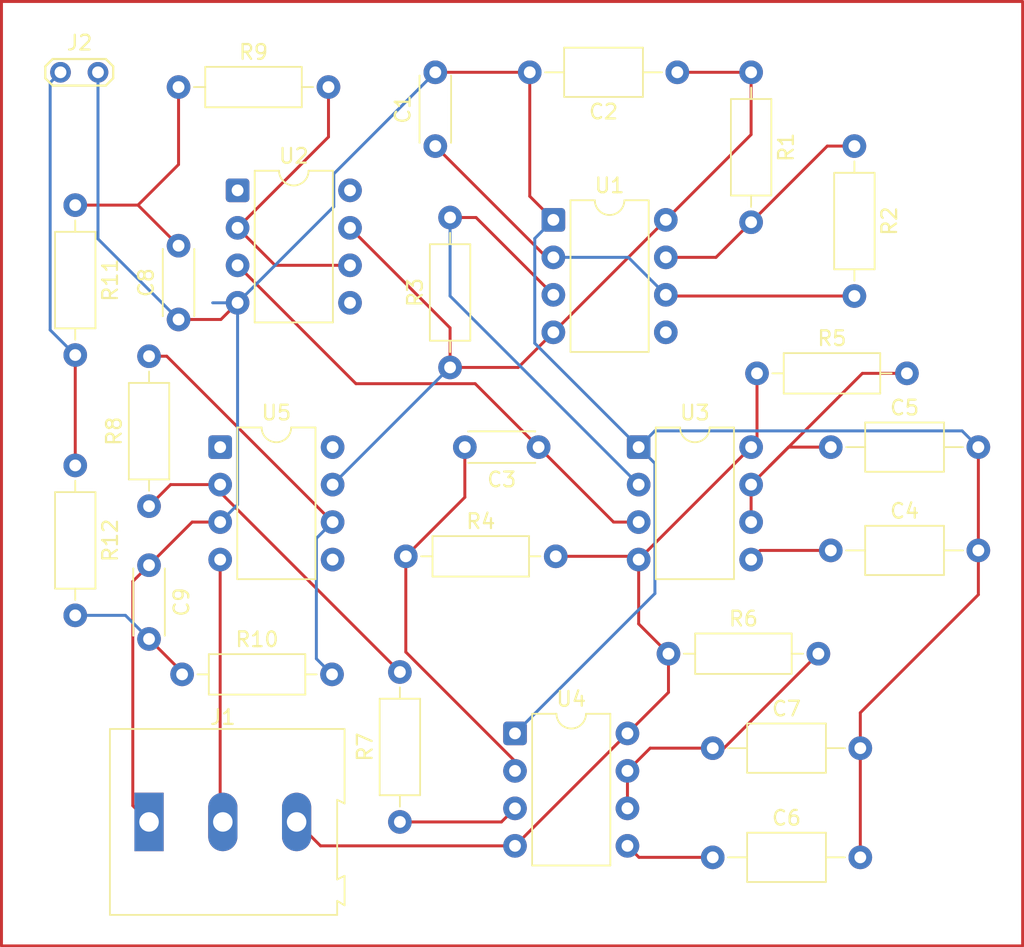
<source format=kicad_pcb>
(kicad_pcb (version 20241229) (generator "pcbnew") (generator_version "9.0")
  (layers (0 "F.Cu" signal) (2 "B.Cu" signal) (13 "F.Paste" user) (15 "B.Paste" user) (5 "F.SilkS" user "F.Silkscreen") (7 "B.SilkS" user "B.Silkscreen") (1 "F.Mask" user) (3 "B.Mask" user) (25 "Edge.Cuts" user))
  (net 0 "")
  (net 3 "GND")
  (net 4 "+10V")
  (net 7 "/V2")
  (net 8 "Net-(U1-THR)")
  (net 9 "Net-(U3-CV)")
  (net 10 "Net-(U1-DIS)")
  (net 11 "Net-(U3-DIS)")
  (net 12 "Net-(U5--)")
  (net 13 "-10V")
  (net 17 "/V1")
  (net 18 "Net-(U4-CV)")
  (net 19 "Net-(U4-DIS)")
  (net 20 "Net-(C8-Pad2)")
  (net 21 "Net-(C9-Pad2)")
  (net 22 "/V3")
  (net 23 "Net-(R10-Pad2)")
  (net 24 "Net-(U2--)")
  (net 25 "/output")
  (net 26 "/V4")
  (footprint "Resistor_THT:R_Axial_DIN0207_L6.3mm_D2.5mm_P10.16mm_Horizontal" (layer "F.Cu") (at 78.2 83.6)
    (property "Reference" "R4" (at 5.08 -2.37 0) (layer "F.SilkS"))
    (property "Value" "1k")
    (fp_line (start 1.04 0) (end 1.81 0) (stroke (width 0.12)) (layer "F.SilkS"))
    (fp_line (start 1.81 -1.37) (end 1.81 1.37) (stroke (width 0.12)) (layer "F.SilkS"))
    (fp_line (start 1.81 1.37) (end 8.35 1.37) (stroke (width 0.12)) (layer "F.SilkS"))
    (fp_line (start 8.35 -1.37) (end 1.81 -1.37) (stroke (width 0.12)) (layer "F.SilkS"))
    (fp_line (start 8.35 1.37) (end 8.35 -1.37) (stroke (width 0.12)) (layer "F.SilkS"))
    (fp_line (start 9.12 0) (end 8.35 0) (stroke (width 0.12)) (layer "F.SilkS"))
    (pad "1" thru_hole circle (at 0 0) (size 1.6 1.6) (drill 0.8) (layers "*.Cu" "*.Mask") (net 22 "/V3"))
    (pad "2" thru_hole oval (at 10.16 0) (size 1.6 1.6) (drill 0.8) (layers "*.Cu" "*.Mask") (net 4 "+10V"))
  )
  (footprint "Resistor_THT:R_Axial_DIN0207_L6.3mm_D2.5mm_P10.16mm_Horizontal" (layer "F.Cu") (at 77.8 101.6 90)
    (property "Reference" "R7" (at 5.08 -2.37 90) (layer "F.SilkS"))
    (property "Value" "10k")
    (fp_line (start 8.35 -1.37) (end 1.81 -1.37) (stroke (width 0.12)) (layer "F.SilkS"))
    (fp_line (start 1.81 -1.37) (end 1.81 1.37) (stroke (width 0.12)) (layer "F.SilkS"))
    (fp_line (start 9.12 0) (end 8.35 0) (stroke (width 0.12)) (layer "F.SilkS"))
    (fp_line (start 1.04 0) (end 1.81 0) (stroke (width 0.12)) (layer "F.SilkS"))
    (fp_line (start 8.35 1.37) (end 8.35 -1.37) (stroke (width 0.12)) (layer "F.SilkS"))
    (fp_line (start 1.81 1.37) (end 8.35 1.37) (stroke (width 0.12)) (layer "F.SilkS"))
    (pad "1" thru_hole circle (at 0 0 90) (size 1.6 1.6) (drill 0.8) (layers "*.Cu" "*.Mask") (net 26 "/V4"))
    (pad "2" thru_hole oval (at 10.16 0 90) (size 1.6 1.6) (drill 0.8) (layers "*.Cu" "*.Mask") (net 12 "Net-(U5--)"))
  )
  (footprint "Resistor_THT:R_Axial_DIN0207_L6.3mm_D2.5mm_P10.16mm_Horizontal" (layer "F.Cu") (at 62.8 51.8)
    (property "Reference" "R9" (at 5.08 -2.37 0) (layer "F.SilkS"))
    (property "Value" "500")
    (fp_line (start 1.04 0) (end 1.81 0) (stroke (width 0.12)) (layer "F.SilkS"))
    (fp_line (start 1.81 -1.37) (end 1.81 1.37) (stroke (width 0.12)) (layer "F.SilkS"))
    (fp_line (start 1.81 1.37) (end 8.35 1.37) (stroke (width 0.12)) (layer "F.SilkS"))
    (fp_line (start 8.35 -1.37) (end 1.81 -1.37) (stroke (width 0.12)) (layer "F.SilkS"))
    (fp_line (start 8.35 1.37) (end 8.35 -1.37) (stroke (width 0.12)) (layer "F.SilkS"))
    (fp_line (start 9.12 0) (end 8.35 0) (stroke (width 0.12)) (layer "F.SilkS"))
    (pad "1" thru_hole circle (at 0 0) (size 1.6 1.6) (drill 0.8) (layers "*.Cu" "*.Mask") (net 20 "Net-(C8-Pad2)"))
    (pad "2" thru_hole oval (at 10.16 0) (size 1.6 1.6) (drill 0.8) (layers "*.Cu" "*.Mask") (net 24 "Net-(U2--)"))
  )
  (footprint "TerminalBlock:TerminalBlock_Altech_AK300-3_P5.00mm" (layer "F.Cu") (at 60.8 101.6)
    (property "Reference" "J1" (at 5 -7.1 0) (layer "F.SilkS"))
    (property "Value" "Power")
    (fp_line (start -2.65 -6.3) (end -2.65 6.3) (stroke (width 0.12)) (layer "F.SilkS"))
    (fp_line (start -2.65 6.3) (end 12.75 6.3) (stroke (width 0.12)) (layer "F.SilkS"))
    (fp_line (start 12.75 -1.5) (end 13.25 -1.25) (stroke (width 0.12)) (layer "F.SilkS"))
    (fp_line (start 12.75 3.9) (end 12.75 -1.5) (stroke (width 0.12)) (layer "F.SilkS"))
    (fp_line (start 12.75 5.35) (end 13.25 5.65) (stroke (width 0.12)) (layer "F.SilkS"))
    (fp_line (start 12.75 6.3) (end 12.75 5.35) (stroke (width 0.12)) (layer "F.SilkS"))
    (fp_line (start 13.25 -6.3) (end -2.65 -6.3) (stroke (width 0.12)) (layer "F.SilkS"))
    (fp_line (start 13.25 -1.25) (end 13.25 -6.3) (stroke (width 0.12)) (layer "F.SilkS"))
    (fp_line (start 13.25 3.65) (end 12.75 3.9) (stroke (width 0.12)) (layer "F.SilkS"))
    (fp_line (start 13.25 5.65) (end 13.25 3.65) (stroke (width 0.12)) (layer "F.SilkS"))
    (pad "1" thru_hole rect (at 0 0) (size 1.98 3.96) (drill 1.32) (layers "*.Cu" "*.Mask") (net 3 "GND"))
    (pad "2" thru_hole oval (at 5 0) (size 1.98 3.96) (drill 1.32) (layers "*.Cu" "*.Mask") (net 13 "-10V"))
    (pad "3" thru_hole oval (at 10 0) (size 1.98 3.96) (drill 1.32) (layers "*.Cu" "*.Mask") (net 4 "+10V"))
  )
  (footprint "Package_DIP:DIP-8_W7.62mm" (layer "F.Cu") (at 65.62 76.2)
    (property "Reference" "U5" (at 3.81 -2.33 0) (layer "F.SilkS"))
    (property "Value" "LM741")
    (fp_line (start 1.16 -1.33) (end 1.16 8.95) (stroke (width 0.12)) (layer "F.SilkS"))
    (fp_line (start 1.16 8.95) (end 6.46 8.95) (stroke (width 0.12)) (layer "F.SilkS"))
    (fp_line (start 2.81 -1.33) (end 1.16 -1.33) (stroke (width 0.12)) (layer "F.SilkS"))
    (fp_line (start 6.46 -1.33) (end 4.81 -1.33) (stroke (width 0.12)) (layer "F.SilkS"))
    (fp_line (start 6.46 8.95) (end 6.46 -1.33) (stroke (width 0.12)) (layer "F.SilkS"))
    (fp_arc (start 4.81 -1.33) (mid 3.81 -0.33) (end 2.81 -1.33) (stroke (width 0.12)) (layer "F.SilkS"))
    (pad "1" thru_hole roundrect (at 0 0) (size 1.6 1.6) (drill 0.8) (layers "*.Cu" "*.Mask") (roundrect_rratio 0.15625))
    (pad "2" thru_hole circle (at 0 2.54) (size 1.6 1.6) (drill 0.8) (layers "*.Cu" "*.Mask") (net 12 "Net-(U5--)"))
    (pad "3" thru_hole circle (at 0 5.08) (size 1.6 1.6) (drill 0.8) (layers "*.Cu" "*.Mask") (net 3 "GND"))
    (pad "4" thru_hole circle (at 0 7.62) (size 1.6 1.6) (drill 0.8) (layers "*.Cu" "*.Mask") (net 13 "-10V"))
    (pad "5" thru_hole circle (at 7.62 7.62) (size 1.6 1.6) (drill 0.8) (layers "*.Cu" "*.Mask"))
    (pad "6" thru_hole circle (at 7.62 5.08) (size 1.6 1.6) (drill 0.8) (layers "*.Cu" "*.Mask") (net 23 "Net-(R10-Pad2)"))
    (pad "7" thru_hole circle (at 7.62 2.54) (size 1.6 1.6) (drill 0.8) (layers "*.Cu" "*.Mask") (net 4 "+10V"))
    (pad "8" thru_hole circle (at 7.62 0) (size 1.6 1.6) (drill 0.8) (layers "*.Cu" "*.Mask"))
  )
  (footprint "Capacitor_THT:C_Axial_L5.1mm_D3.1mm_P10.00mm_Horizontal" (layer "F.Cu") (at 107 83.2)
    (property "Reference" "C4" (at 5 -2.67 0) (layer "F.SilkS"))
    (property "Value" "10nf")
    (fp_line (start 1.04 0) (end 2.33 0) (stroke (width 0.12)) (layer "F.SilkS"))
    (fp_line (start 2.33 -1.67) (end 2.33 1.67) (stroke (width 0.12)) (layer "F.SilkS"))
    (fp_line (start 2.33 1.67) (end 7.67 1.67) (stroke (width 0.12)) (layer "F.SilkS"))
    (fp_line (start 7.67 -1.67) (end 2.33 -1.67) (stroke (width 0.12)) (layer "F.SilkS"))
    (fp_line (start 7.67 1.67) (end 7.67 -1.67) (stroke (width 0.12)) (layer "F.SilkS"))
    (fp_line (start 8.96 0) (end 7.67 0) (stroke (width 0.12)) (layer "F.SilkS"))
    (pad "1" thru_hole circle (at 0 0) (size 1.6 1.6) (drill 0.8) (layers "*.Cu" "*.Mask") (net 9 "Net-(U3-CV)"))
    (pad "2" thru_hole oval (at 10 0) (size 1.6 1.6) (drill 0.8) (layers "*.Cu" "*.Mask") (net 3 "GND"))
  )
  (footprint "Resistor_THT:R_Axial_DIN0207_L6.3mm_D2.5mm_P10.16mm_Horizontal" (layer "F.Cu") (at 108.6 55.8 -90)
    (property "Reference" "R2" (at 5.08 -2.37 90) (layer "F.SilkS"))
    (property "Value" "100")
    (fp_line (start 1.81 1.37) (end 8.35 1.37) (stroke (width 0.12)) (layer "F.SilkS"))
    (fp_line (start 8.35 1.37) (end 8.35 -1.37) (stroke (width 0.12)) (layer "F.SilkS"))
    (fp_line (start 1.04 0) (end 1.81 0) (stroke (width 0.12)) (layer "F.SilkS"))
    (fp_line (start 9.12 0) (end 8.35 0) (stroke (width 0.12)) (layer "F.SilkS"))
    (fp_line (start 1.81 -1.37) (end 1.81 1.37) (stroke (width 0.12)) (layer "F.SilkS"))
    (fp_line (start 8.35 -1.37) (end 1.81 -1.37) (stroke (width 0.12)) (layer "F.SilkS"))
    (pad "1" thru_hole circle (at 0 0 270) (size 1.6 1.6) (drill 0.8) (layers "*.Cu" "*.Mask") (net 10 "Net-(U1-DIS)"))
    (pad "2" thru_hole oval (at 10.16 0 270) (size 1.6 1.6) (drill 0.8) (layers "*.Cu" "*.Mask") (net 8 "Net-(U1-THR)"))
  )
  (footprint "Package_DIP:DIP-8_W7.62mm" (layer "F.Cu") (at 88.2 60.8)
    (property "Reference" "U1" (at 3.81 -2.33 0) (layer "F.SilkS"))
    (property "Value" "NE555P")
    (fp_line (start 1.16 -1.33) (end 1.16 8.95) (stroke (width 0.12)) (layer "F.SilkS"))
    (fp_line (start 1.16 8.95) (end 6.46 8.95) (stroke (width 0.12)) (layer "F.SilkS"))
    (fp_line (start 2.81 -1.33) (end 1.16 -1.33) (stroke (width 0.12)) (layer "F.SilkS"))
    (fp_line (start 6.46 -1.33) (end 4.81 -1.33) (stroke (width 0.12)) (layer "F.SilkS"))
    (fp_line (start 6.46 8.95) (end 6.46 -1.33) (stroke (width 0.12)) (layer "F.SilkS"))
    (fp_arc (start 4.81 -1.33) (mid 3.81 -0.33) (end 2.81 -1.33) (stroke (width 0.12)) (layer "F.SilkS"))
    (pad "1" thru_hole roundrect (at 0 0) (size 1.6 1.6) (drill 0.8) (layers "*.Cu" "*.Mask") (roundrect_rratio 0.15625) (net 3 "GND"))
    (pad "2" thru_hole circle (at 0 2.54) (size 1.6 1.6) (drill 0.8) (layers "*.Cu" "*.Mask") (net 8 "Net-(U1-THR)"))
    (pad "3" thru_hole circle (at 0 5.08) (size 1.6 1.6) (drill 0.8) (layers "*.Cu" "*.Mask") (net 17 "/V1"))
    (pad "4" thru_hole circle (at 0 7.62) (size 1.6 1.6) (drill 0.8) (layers "*.Cu" "*.Mask") (net 4 "+10V"))
    (pad "5" thru_hole circle (at 7.62 7.62) (size 1.6 1.6) (drill 0.8) (layers "*.Cu" "*.Mask"))
    (pad "6" thru_hole circle (at 7.62 5.08) (size 1.6 1.6) (drill 0.8) (layers "*.Cu" "*.Mask") (net 8 "Net-(U1-THR)"))
    (pad "7" thru_hole circle (at 7.62 2.54) (size 1.6 1.6) (drill 0.8) (layers "*.Cu" "*.Mask") (net 10 "Net-(U1-DIS)"))
    (pad "8" thru_hole circle (at 7.62 0) (size 1.6 1.6) (drill 0.8) (layers "*.Cu" "*.Mask") (net 4 "+10V"))
  )
  (footprint "Package_DIP:DIP-8_W7.62mm" (layer "F.Cu") (at 85.6 95.6)
    (property "Reference" "U4" (at 3.81 -2.33 0) (layer "F.SilkS"))
    (property "Value" "NE555P")
    (fp_line (start 1.16 -1.33) (end 1.16 8.95) (stroke (width 0.12)) (layer "F.SilkS"))
    (fp_line (start 1.16 8.95) (end 6.46 8.95) (stroke (width 0.12)) (layer "F.SilkS"))
    (fp_line (start 2.81 -1.33) (end 1.16 -1.33) (stroke (width 0.12)) (layer "F.SilkS"))
    (fp_line (start 6.46 -1.33) (end 4.81 -1.33) (stroke (width 0.12)) (layer "F.SilkS"))
    (fp_line (start 6.46 8.95) (end 6.46 -1.33) (stroke (width 0.12)) (layer "F.SilkS"))
    (fp_arc (start 4.81 -1.33) (mid 3.81 -0.33) (end 2.81 -1.33) (stroke (width 0.12)) (layer "F.SilkS"))
    (pad "1" thru_hole roundrect (at 0 0) (size 1.6 1.6) (drill 0.8) (layers "*.Cu" "*.Mask") (roundrect_rratio 0.15625) (net 3 "GND"))
    (pad "2" thru_hole circle (at 0 2.54) (size 1.6 1.6) (drill 0.8) (layers "*.Cu" "*.Mask") (net 22 "/V3"))
    (pad "3" thru_hole circle (at 0 5.08) (size 1.6 1.6) (drill 0.8) (layers "*.Cu" "*.Mask") (net 26 "/V4"))
    (pad "4" thru_hole circle (at 0 7.62) (size 1.6 1.6) (drill 0.8) (layers "*.Cu" "*.Mask") (net 4 "+10V"))
    (pad "5" thru_hole circle (at 7.62 7.62) (size 1.6 1.6) (drill 0.8) (layers "*.Cu" "*.Mask") (net 18 "Net-(U4-CV)"))
    (pad "6" thru_hole circle (at 7.62 5.08) (size 1.6 1.6) (drill 0.8) (layers "*.Cu" "*.Mask") (net 19 "Net-(U4-DIS)"))
    (pad "7" thru_hole circle (at 7.62 2.54) (size 1.6 1.6) (drill 0.8) (layers "*.Cu" "*.Mask") (net 19 "Net-(U4-DIS)"))
    (pad "8" thru_hole circle (at 7.62 0) (size 1.6 1.6) (drill 0.8) (layers "*.Cu" "*.Mask") (net 4 "+10V"))
  )
  (footprint "Capacitor_THT:C_Axial_L5.1mm_D3.1mm_P10.00mm_Horizontal" (layer "F.Cu") (at 96.6 50.8 180)
    (property "Reference" "C2" (at 5 -2.67 0) (layer "F.SilkS"))
    (property "Value" "10nf")
    (fp_line (start 8.96 0) (end 7.67 0) (stroke (width 0.12)) (layer "F.SilkS"))
    (fp_line (start 7.67 1.67) (end 7.67 -1.67) (stroke (width 0.12)) (layer "F.SilkS"))
    (fp_line (start 7.67 -1.67) (end 2.33 -1.67) (stroke (width 0.12)) (layer "F.SilkS"))
    (fp_line (start 2.33 1.67) (end 7.67 1.67) (stroke (width 0.12)) (layer "F.SilkS"))
    (fp_line (start 2.33 -1.67) (end 2.33 1.67) (stroke (width 0.12)) (layer "F.SilkS"))
    (fp_line (start 1.04 0) (end 2.33 0) (stroke (width 0.12)) (layer "F.SilkS"))
    (pad "1" thru_hole circle (at 0 0 180) (size 1.6 1.6) (drill 0.8) (layers "*.Cu" "*.Mask") (net 4 "+10V"))
    (pad "2" thru_hole oval (at 10 0 180) (size 1.6 1.6) (drill 0.8) (layers "*.Cu" "*.Mask") (net 3 "GND"))
  )
  (footprint "Capacitor_THT:C_Disc_D4.3mm_W1.9mm_P5.00mm" (layer "F.Cu") (at 60.8 84.2 -90)
    (property "Reference" "C9" (at 2.5 -2.2 90) (layer "F.SilkS"))
    (property "Value" "1nf")
    (fp_line (start 0.23 1.07) (end 4.77 1.07) (stroke (width 0.12)) (layer "F.SilkS"))
    (fp_line (start 0.23 1.055) (end 0.23 1.07) (stroke (width 0.12)) (layer "F.SilkS"))
    (fp_line (start 4.77 1.055) (end 4.77 1.07) (stroke (width 0.12)) (layer "F.SilkS"))
    (fp_line (start 0.23 -1.07) (end 0.23 -1.055) (stroke (width 0.12)) (layer "F.SilkS"))
    (fp_line (start 0.23 -1.07) (end 4.77 -1.07) (stroke (width 0.12)) (layer "F.SilkS"))
    (fp_line (start 4.77 -1.07) (end 4.77 -1.055) (stroke (width 0.12)) (layer "F.SilkS"))
    (pad "1" thru_hole circle (at 0 0 270) (size 1.6 1.6) (drill 0.8) (layers "*.Cu" "*.Mask") (net 3 "GND"))
    (pad "2" thru_hole circle (at 5 0 270) (size 1.6 1.6) (drill 0.8) (layers "*.Cu" "*.Mask") (net 21 "Net-(C9-Pad2)"))
  )
  (footprint "Resistor_THT:R_Axial_DIN0207_L6.3mm_D2.5mm_P10.16mm_Horizontal" (layer "F.Cu") (at 102 71.2)
    (property "Reference" "R5" (at 5.08 -2.37 0) (layer "F.SilkS"))
    (property "Value" "2k")
    (fp_line (start 1.04 0) (end 1.81 0) (stroke (width 0.12)) (layer "F.SilkS"))
    (fp_line (start 1.81 -1.37) (end 1.81 1.37) (stroke (width 0.12)) (layer "F.SilkS"))
    (fp_line (start 1.81 1.37) (end 8.35 1.37) (stroke (width 0.12)) (layer "F.SilkS"))
    (fp_line (start 8.35 -1.37) (end 1.81 -1.37) (stroke (width 0.12)) (layer "F.SilkS"))
    (fp_line (start 8.35 1.37) (end 8.35 -1.37) (stroke (width 0.12)) (layer "F.SilkS"))
    (fp_line (start 9.12 0) (end 8.35 0) (stroke (width 0.12)) (layer "F.SilkS"))
    (pad "1" thru_hole circle (at 0 0) (size 1.6 1.6) (drill 0.8) (layers "*.Cu" "*.Mask") (net 4 "+10V"))
    (pad "2" thru_hole oval (at 10.16 0) (size 1.6 1.6) (drill 0.8) (layers "*.Cu" "*.Mask") (net 11 "Net-(U3-DIS)"))
  )
  (footprint "Resistor_THT:R_Axial_DIN0207_L6.3mm_D2.5mm_P10.16mm_Horizontal" (layer "F.Cu") (at 55.8 77.44 -90)
    (property "Reference" "R12" (at 5.08 -2.37 90) (layer "F.SilkS"))
    (property "Value" "470")
    (fp_line (start 1.81 1.37) (end 8.35 1.37) (stroke (width 0.12)) (layer "F.SilkS"))
    (fp_line (start 8.35 1.37) (end 8.35 -1.37) (stroke (width 0.12)) (layer "F.SilkS"))
    (fp_line (start 1.04 0) (end 1.81 0) (stroke (width 0.12)) (layer "F.SilkS"))
    (fp_line (start 9.12 0) (end 8.35 0) (stroke (width 0.12)) (layer "F.SilkS"))
    (fp_line (start 1.81 -1.37) (end 1.81 1.37) (stroke (width 0.12)) (layer "F.SilkS"))
    (fp_line (start 8.35 -1.37) (end 1.81 -1.37) (stroke (width 0.12)) (layer "F.SilkS"))
    (pad "1" thru_hole circle (at 0 0 270) (size 1.6 1.6) (drill 0.8) (layers "*.Cu" "*.Mask") (net 25 "/output"))
    (pad "2" thru_hole oval (at 10.16 0 270) (size 1.6 1.6) (drill 0.8) (layers "*.Cu" "*.Mask") (net 21 "Net-(C9-Pad2)"))
  )
  (footprint "Capacitor_THT:C_Disc_D4.3mm_W1.9mm_P5.00mm" (layer "F.Cu") (at 80.2 55.8 90)
    (property "Reference" "C1" (at 2.5 -2.2 90) (layer "F.SilkS"))
    (property "Value" "1uf")
    (fp_line (start 4.77 -1.07) (end 4.77 -1.055) (stroke (width 0.12)) (layer "F.SilkS"))
    (fp_line (start 0.23 -1.07) (end 4.77 -1.07) (stroke (width 0.12)) (layer "F.SilkS"))
    (fp_line (start 0.23 -1.07) (end 0.23 -1.055) (stroke (width 0.12)) (layer "F.SilkS"))
    (fp_line (start 4.77 1.055) (end 4.77 1.07) (stroke (width 0.12)) (layer "F.SilkS"))
    (fp_line (start 0.23 1.055) (end 0.23 1.07) (stroke (width 0.12)) (layer "F.SilkS"))
    (fp_line (start 0.23 1.07) (end 4.77 1.07) (stroke (width 0.12)) (layer "F.SilkS"))
    (pad "1" thru_hole circle (at 0 0 90) (size 1.6 1.6) (drill 0.8) (layers "*.Cu" "*.Mask") (net 8 "Net-(U1-THR)"))
    (pad "2" thru_hole circle (at 5 0 90) (size 1.6 1.6) (drill 0.8) (layers "*.Cu" "*.Mask") (net 3 "GND"))
  )
  (footprint "Resistor_THT:R_Axial_DIN0207_L6.3mm_D2.5mm_P10.16mm_Horizontal" (layer "F.Cu") (at 63.04 91.6)
    (property "Reference" "R10" (at 5.08 -2.37 0) (layer "F.SilkS"))
    (property "Value" "500")
    (fp_line (start 1.04 0) (end 1.81 0) (stroke (width 0.12)) (layer "F.SilkS"))
    (fp_line (start 1.81 -1.37) (end 1.81 1.37) (stroke (width 0.12)) (layer "F.SilkS"))
    (fp_line (start 1.81 1.37) (end 8.35 1.37) (stroke (width 0.12)) (layer "F.SilkS"))
    (fp_line (start 8.35 -1.37) (end 1.81 -1.37) (stroke (width 0.12)) (layer "F.SilkS"))
    (fp_line (start 8.35 1.37) (end 8.35 -1.37) (stroke (width 0.12)) (layer "F.SilkS"))
    (fp_line (start 9.12 0) (end 8.35 0) (stroke (width 0.12)) (layer "F.SilkS"))
    (pad "1" thru_hole circle (at 0 0) (size 1.6 1.6) (drill 0.8) (layers "*.Cu" "*.Mask") (net 21 "Net-(C9-Pad2)"))
    (pad "2" thru_hole oval (at 10.16 0) (size 1.6 1.6) (drill 0.8) (layers "*.Cu" "*.Mask") (net 23 "Net-(R10-Pad2)"))
  )
  (footprint "Capacitor_THT:C_Disc_D4.3mm_W1.9mm_P5.00mm" (layer "F.Cu") (at 62.8 67.55 90)
    (property "Reference" "C8" (at 2.5 -2.2 90) (layer "F.SilkS"))
    (property "Value" "1nf")
    (fp_line (start 4.77 -1.07) (end 4.77 -1.055) (stroke (width 0.12)) (layer "F.SilkS"))
    (fp_line (start 0.23 -1.07) (end 4.77 -1.07) (stroke (width 0.12)) (layer "F.SilkS"))
    (fp_line (start 0.23 -1.07) (end 0.23 -1.055) (stroke (width 0.12)) (layer "F.SilkS"))
    (fp_line (start 4.77 1.055) (end 4.77 1.07) (stroke (width 0.12)) (layer "F.SilkS"))
    (fp_line (start 0.23 1.055) (end 0.23 1.07) (stroke (width 0.12)) (layer "F.SilkS"))
    (fp_line (start 0.23 1.07) (end 4.77 1.07) (stroke (width 0.12)) (layer "F.SilkS"))
    (pad "1" thru_hole circle (at 0 0 90) (size 1.6 1.6) (drill 0.8) (layers "*.Cu" "*.Mask") (net 3 "GND"))
    (pad "2" thru_hole circle (at 5 0 90) (size 1.6 1.6) (drill 0.8) (layers "*.Cu" "*.Mask") (net 20 "Net-(C8-Pad2)"))
  )
  (footprint "Resistor_THT:R_Axial_DIN0207_L6.3mm_D2.5mm_P10.16mm_Horizontal" (layer "F.Cu") (at 81.2 70.8 90)
    (property "Reference" "R3" (at 5.08 -2.37 90) (layer "F.SilkS"))
    (property "Value" "1k")
    (fp_line (start 8.35 -1.37) (end 1.81 -1.37) (stroke (width 0.12)) (layer "F.SilkS"))
    (fp_line (start 1.81 -1.37) (end 1.81 1.37) (stroke (width 0.12)) (layer "F.SilkS"))
    (fp_line (start 9.12 0) (end 8.35 0) (stroke (width 0.12)) (layer "F.SilkS"))
    (fp_line (start 1.04 0) (end 1.81 0) (stroke (width 0.12)) (layer "F.SilkS"))
    (fp_line (start 8.35 1.37) (end 8.35 -1.37) (stroke (width 0.12)) (layer "F.SilkS"))
    (fp_line (start 1.81 1.37) (end 8.35 1.37) (stroke (width 0.12)) (layer "F.SilkS"))
    (pad "1" thru_hole circle (at 0 0 90) (size 1.6 1.6) (drill 0.8) (layers "*.Cu" "*.Mask") (net 4 "+10V"))
    (pad "2" thru_hole oval (at 10.16 0 90) (size 1.6 1.6) (drill 0.8) (layers "*.Cu" "*.Mask") (net 17 "/V1"))
  )
  (footprint "Capacitor_THT:C_Axial_L5.1mm_D3.1mm_P10.00mm_Horizontal" (layer "F.Cu") (at 99 96.6)
    (property "Reference" "C7" (at 5 -2.67 0) (layer "F.SilkS"))
    (property "Value" "100nf")
    (fp_line (start 1.04 0) (end 2.33 0) (stroke (width 0.12)) (layer "F.SilkS"))
    (fp_line (start 2.33 -1.67) (end 2.33 1.67) (stroke (width 0.12)) (layer "F.SilkS"))
    (fp_line (start 2.33 1.67) (end 7.67 1.67) (stroke (width 0.12)) (layer "F.SilkS"))
    (fp_line (start 7.67 -1.67) (end 2.33 -1.67) (stroke (width 0.12)) (layer "F.SilkS"))
    (fp_line (start 7.67 1.67) (end 7.67 -1.67) (stroke (width 0.12)) (layer "F.SilkS"))
    (fp_line (start 8.96 0) (end 7.67 0) (stroke (width 0.12)) (layer "F.SilkS"))
    (pad "1" thru_hole circle (at 0 0) (size 1.6 1.6) (drill 0.8) (layers "*.Cu" "*.Mask") (net 19 "Net-(U4-DIS)"))
    (pad "2" thru_hole oval (at 10 0) (size 1.6 1.6) (drill 0.8) (layers "*.Cu" "*.Mask") (net 3 "GND"))
  )
  (footprint "Resistor_THT:R_Axial_DIN0207_L6.3mm_D2.5mm_P10.16mm_Horizontal" (layer "F.Cu") (at 60.8 80.2 90)
    (property "Reference" "R8" (at 5.08 -2.37 90) (layer "F.SilkS"))
    (property "Value" "10k")
    (fp_line (start 8.35 -1.37) (end 1.81 -1.37) (stroke (width 0.12)) (layer "F.SilkS"))
    (fp_line (start 1.81 -1.37) (end 1.81 1.37) (stroke (width 0.12)) (layer "F.SilkS"))
    (fp_line (start 9.12 0) (end 8.35 0) (stroke (width 0.12)) (layer "F.SilkS"))
    (fp_line (start 1.04 0) (end 1.81 0) (stroke (width 0.12)) (layer "F.SilkS"))
    (fp_line (start 8.35 1.37) (end 8.35 -1.37) (stroke (width 0.12)) (layer "F.SilkS"))
    (fp_line (start 1.81 1.37) (end 8.35 1.37) (stroke (width 0.12)) (layer "F.SilkS"))
    (pad "1" thru_hole circle (at 0 0 90) (size 1.6 1.6) (drill 0.8) (layers "*.Cu" "*.Mask") (net 12 "Net-(U5--)"))
    (pad "2" thru_hole oval (at 10.16 0 90) (size 1.6 1.6) (drill 0.8) (layers "*.Cu" "*.Mask") (net 23 "Net-(R10-Pad2)"))
  )
  (footprint "Package_DIP:DIP-8_W7.62mm" (layer "F.Cu") (at 93.98 76.2)
    (property "Reference" "U3" (at 3.81 -2.33 0) (layer "F.SilkS"))
    (property "Value" "NE555P")
    (fp_line (start 1.16 -1.33) (end 1.16 8.95) (stroke (width 0.12)) (layer "F.SilkS"))
    (fp_line (start 1.16 8.95) (end 6.46 8.95) (stroke (width 0.12)) (layer "F.SilkS"))
    (fp_line (start 2.81 -1.33) (end 1.16 -1.33) (stroke (width 0.12)) (layer "F.SilkS"))
    (fp_line (start 6.46 -1.33) (end 4.81 -1.33) (stroke (width 0.12)) (layer "F.SilkS"))
    (fp_line (start 6.46 8.95) (end 6.46 -1.33) (stroke (width 0.12)) (layer "F.SilkS"))
    (fp_arc (start 4.81 -1.33) (mid 3.81 -0.33) (end 2.81 -1.33) (stroke (width 0.12)) (layer "F.SilkS"))
    (pad "1" thru_hole roundrect (at 0 0) (size 1.6 1.6) (drill 0.8) (layers "*.Cu" "*.Mask") (roundrect_rratio 0.15625) (net 3 "GND"))
    (pad "2" thru_hole circle (at 0 2.54) (size 1.6 1.6) (drill 0.8) (layers "*.Cu" "*.Mask") (net 17 "/V1"))
    (pad "3" thru_hole circle (at 0 5.08) (size 1.6 1.6) (drill 0.8) (layers "*.Cu" "*.Mask") (net 7 "/V2"))
    (pad "4" thru_hole circle (at 0 7.62) (size 1.6 1.6) (drill 0.8) (layers "*.Cu" "*.Mask") (net 4 "+10V"))
    (pad "5" thru_hole circle (at 7.62 7.62) (size 1.6 1.6) (drill 0.8) (layers "*.Cu" "*.Mask") (net 9 "Net-(U3-CV)"))
    (pad "6" thru_hole circle (at 7.62 5.08) (size 1.6 1.6) (drill 0.8) (layers "*.Cu" "*.Mask") (net 11 "Net-(U3-DIS)"))
    (pad "7" thru_hole circle (at 7.62 2.54) (size 1.6 1.6) (drill 0.8) (layers "*.Cu" "*.Mask") (net 11 "Net-(U3-DIS)"))
    (pad "8" thru_hole circle (at 7.62 0) (size 1.6 1.6) (drill 0.8) (layers "*.Cu" "*.Mask") (net 4 "+10V"))
  )
  (footprint "Resistor_THT:R_Axial_DIN0207_L6.3mm_D2.5mm_P10.16mm_Horizontal" (layer "F.Cu") (at 96 90.2)
    (property "Reference" "R6" (at 5.08 -2.37 0) (layer "F.SilkS"))
    (property "Value" "2k")
    (fp_line (start 1.04 0) (end 1.81 0) (stroke (width 0.12)) (layer "F.SilkS"))
    (fp_line (start 1.81 -1.37) (end 1.81 1.37) (stroke (width 0.12)) (layer "F.SilkS"))
    (fp_line (start 1.81 1.37) (end 8.35 1.37) (stroke (width 0.12)) (layer "F.SilkS"))
    (fp_line (start 8.35 -1.37) (end 1.81 -1.37) (stroke (width 0.12)) (layer "F.SilkS"))
    (fp_line (start 8.35 1.37) (end 8.35 -1.37) (stroke (width 0.12)) (layer "F.SilkS"))
    (fp_line (start 9.12 0) (end 8.35 0) (stroke (width 0.12)) (layer "F.SilkS"))
    (pad "1" thru_hole circle (at 0 0) (size 1.6 1.6) (drill 0.8) (layers "*.Cu" "*.Mask") (net 4 "+10V"))
    (pad "2" thru_hole oval (at 10.16 0) (size 1.6 1.6) (drill 0.8) (layers "*.Cu" "*.Mask") (net 19 "Net-(U4-DIS)"))
  )
  (footprint "TestPoint:TestPoint_2Pads_Pitch2.54mm_Drill0.8mm" (layer "F.Cu") (at 54.8 50.8)
    (property "Reference" "J2" (at 1.3 -2 0) (layer "F.SilkS"))
    (property "Value" "output")
    (fp_line (start -1.03 -0.4) (end -0.53 -0.9) (stroke (width 0.15)) (layer "F.SilkS"))
    (fp_line (start -1.03 0.4) (end -1.03 -0.4) (stroke (width 0.15)) (layer "F.SilkS"))
    (fp_line (start -0.53 -0.9) (end 3.07 -0.9) (stroke (width 0.15)) (layer "F.SilkS"))
    (fp_line (start -0.53 0.9) (end -1.03 0.4) (stroke (width 0.15)) (layer "F.SilkS"))
    (fp_line (start 3.07 -0.9) (end 3.57 -0.4) (stroke (width 0.15)) (layer "F.SilkS"))
    (fp_line (start 3.07 0.9) (end -0.53 0.9) (stroke (width 0.15)) (layer "F.SilkS"))
    (fp_line (start 3.57 -0.4) (end 3.57 0.4) (stroke (width 0.15)) (layer "F.SilkS"))
    (fp_line (start 3.57 0.4) (end 3.07 0.9) (stroke (width 0.15)) (layer "F.SilkS"))
    (pad "1" thru_hole circle (at 0 0) (size 1.4 1.4) (drill 0.8) (layers "*.Cu" "*.Mask") (net 25 "/output"))
    (pad "2" thru_hole circle (at 2.54 0) (size 1.4 1.4) (drill 0.8) (layers "*.Cu" "*.Mask") (net 3 "GND"))
  )
  (footprint "Capacitor_THT:C_Axial_L5.1mm_D3.1mm_P10.00mm_Horizontal" (layer "F.Cu") (at 99 104)
    (property "Reference" "C6" (at 5 -2.67 0) (layer "F.SilkS"))
    (property "Value" "10nf")
    (fp_line (start 1.04 0) (end 2.33 0) (stroke (width 0.12)) (layer "F.SilkS"))
    (fp_line (start 2.33 -1.67) (end 2.33 1.67) (stroke (width 0.12)) (layer "F.SilkS"))
    (fp_line (start 2.33 1.67) (end 7.67 1.67) (stroke (width 0.12)) (layer "F.SilkS"))
    (fp_line (start 7.67 -1.67) (end 2.33 -1.67) (stroke (width 0.12)) (layer "F.SilkS"))
    (fp_line (start 7.67 1.67) (end 7.67 -1.67) (stroke (width 0.12)) (layer "F.SilkS"))
    (fp_line (start 8.96 0) (end 7.67 0) (stroke (width 0.12)) (layer "F.SilkS"))
    (pad "1" thru_hole circle (at 0 0) (size 1.6 1.6) (drill 0.8) (layers "*.Cu" "*.Mask") (net 18 "Net-(U4-CV)"))
    (pad "2" thru_hole oval (at 10 0) (size 1.6 1.6) (drill 0.8) (layers "*.Cu" "*.Mask") (net 3 "GND"))
  )
  (footprint "Resistor_THT:R_Axial_DIN0207_L6.3mm_D2.5mm_P10.16mm_Horizontal" (layer "F.Cu") (at 55.8 59.8 -90)
    (property "Reference" "R11" (at 5.08 -2.37 90) (layer "F.SilkS"))
    (property "Value" "470")
    (fp_line (start 1.81 1.37) (end 8.35 1.37) (stroke (width 0.12)) (layer "F.SilkS"))
    (fp_line (start 8.35 1.37) (end 8.35 -1.37) (stroke (width 0.12)) (layer "F.SilkS"))
    (fp_line (start 1.04 0) (end 1.81 0) (stroke (width 0.12)) (layer "F.SilkS"))
    (fp_line (start 9.12 0) (end 8.35 0) (stroke (width 0.12)) (layer "F.SilkS"))
    (fp_line (start 1.81 -1.37) (end 1.81 1.37) (stroke (width 0.12)) (layer "F.SilkS"))
    (fp_line (start 8.35 -1.37) (end 1.81 -1.37) (stroke (width 0.12)) (layer "F.SilkS"))
    (pad "1" thru_hole circle (at 0 0 270) (size 1.6 1.6) (drill 0.8) (layers "*.Cu" "*.Mask") (net 20 "Net-(C8-Pad2)"))
    (pad "2" thru_hole oval (at 10.16 0 270) (size 1.6 1.6) (drill 0.8) (layers "*.Cu" "*.Mask") (net 25 "/output"))
  )
  (footprint "Package_DIP:DIP-8_W7.62mm" (layer "F.Cu") (at 66.8 58.8)
    (property "Reference" "U2" (at 3.81 -2.33 0) (layer "F.SilkS"))
    (property "Value" "LM741")
    (fp_line (start 1.16 -1.33) (end 1.16 8.95) (stroke (width 0.12)) (layer "F.SilkS"))
    (fp_line (start 1.16 8.95) (end 6.46 8.95) (stroke (width 0.12)) (layer "F.SilkS"))
    (fp_line (start 2.81 -1.33) (end 1.16 -1.33) (stroke (width 0.12)) (layer "F.SilkS"))
    (fp_line (start 6.46 -1.33) (end 4.81 -1.33) (stroke (width 0.12)) (layer "F.SilkS"))
    (fp_line (start 6.46 8.95) (end 6.46 -1.33) (stroke (width 0.12)) (layer "F.SilkS"))
    (fp_arc (start 4.81 -1.33) (mid 3.81 -0.33) (end 2.81 -1.33) (stroke (width 0.12)) (layer "F.SilkS"))
    (pad "1" thru_hole roundrect (at 0 0) (size 1.6 1.6) (drill 0.8) (layers "*.Cu" "*.Mask") (roundrect_rratio 0.15625))
    (pad "2" thru_hole circle (at 0 2.54) (size 1.6 1.6) (drill 0.8) (layers "*.Cu" "*.Mask") (net 24 "Net-(U2--)"))
    (pad "3" thru_hole circle (at 0 5.08) (size 1.6 1.6) (drill 0.8) (layers "*.Cu" "*.Mask") (net 7 "/V2"))
    (pad "4" thru_hole circle (at 0 7.62) (size 1.6 1.6) (drill 0.8) (layers "*.Cu" "*.Mask") (net 3 "GND"))
    (pad "5" thru_hole circle (at 7.62 7.62) (size 1.6 1.6) (drill 0.8) (layers "*.Cu" "*.Mask"))
    (pad "6" thru_hole circle (at 7.62 5.08) (size 1.6 1.6) (drill 0.8) (layers "*.Cu" "*.Mask") (net 24 "Net-(U2--)"))
    (pad "7" thru_hole circle (at 7.62 2.54) (size 1.6 1.6) (drill 0.8) (layers "*.Cu" "*.Mask") (net 4 "+10V"))
    (pad "8" thru_hole circle (at 7.62 0) (size 1.6 1.6) (drill 0.8) (layers "*.Cu" "*.Mask"))
  )
  (footprint "Capacitor_THT:C_Axial_L5.1mm_D3.1mm_P10.00mm_Horizontal" (layer "F.Cu") (at 107 76.2)
    (property "Reference" "C5" (at 5 -2.67 0) (layer "F.SilkS"))
    (property "Value" "100nf")
    (fp_line (start 1.04 0) (end 2.33 0) (stroke (width 0.12)) (layer "F.SilkS"))
    (fp_line (start 2.33 -1.67) (end 2.33 1.67) (stroke (width 0.12)) (layer "F.SilkS"))
    (fp_line (start 2.33 1.67) (end 7.67 1.67) (stroke (width 0.12)) (layer "F.SilkS"))
    (fp_line (start 7.67 -1.67) (end 2.33 -1.67) (stroke (width 0.12)) (layer "F.SilkS"))
    (fp_line (start 7.67 1.67) (end 7.67 -1.67) (stroke (width 0.12)) (layer "F.SilkS"))
    (fp_line (start 8.96 0) (end 7.67 0) (stroke (width 0.12)) (layer "F.SilkS"))
    (pad "1" thru_hole circle (at 0 0) (size 1.6 1.6) (drill 0.8) (layers "*.Cu" "*.Mask") (net 11 "Net-(U3-DIS)"))
    (pad "2" thru_hole oval (at 10 0) (size 1.6 1.6) (drill 0.8) (layers "*.Cu" "*.Mask") (net 3 "GND"))
  )
  (footprint "Resistor_THT:R_Axial_DIN0207_L6.3mm_D2.5mm_P10.16mm_Horizontal" (layer "F.Cu") (at 101.6 50.8 -90)
    (property "Reference" "R1" (at 5.08 -2.37 90) (layer "F.SilkS"))
    (property "Value" "100k")
    (fp_line (start 1.81 1.37) (end 8.35 1.37) (stroke (width 0.12)) (layer "F.SilkS"))
    (fp_line (start 8.35 1.37) (end 8.35 -1.37) (stroke (width 0.12)) (layer "F.SilkS"))
    (fp_line (start 1.04 0) (end 1.81 0) (stroke (width 0.12)) (layer "F.SilkS"))
    (fp_line (start 9.12 0) (end 8.35 0) (stroke (width 0.12)) (layer "F.SilkS"))
    (fp_line (start 1.81 -1.37) (end 1.81 1.37) (stroke (width 0.12)) (layer "F.SilkS"))
    (fp_line (start 8.35 -1.37) (end 1.81 -1.37) (stroke (width 0.12)) (layer "F.SilkS"))
    (pad "1" thru_hole circle (at 0 0 270) (size 1.6 1.6) (drill 0.8) (layers "*.Cu" "*.Mask") (net 4 "+10V"))
    (pad "2" thru_hole oval (at 10.16 0 270) (size 1.6 1.6) (drill 0.8) (layers "*.Cu" "*.Mask") (net 10 "Net-(U1-DIS)"))
  )
  (footprint "Capacitor_THT:C_Disc_D4.3mm_W1.9mm_P5.00mm" (layer "F.Cu") (at 87.2 76.2 180)
    (property "Reference" "C3" (at 2.5 -2.2 0) (layer "F.SilkS"))
    (property "Value" "1nf")
    (fp_line (start 4.77 1.055) (end 4.77 1.07) (stroke (width 0.12)) (layer "F.SilkS"))
    (fp_line (start 4.77 -1.07) (end 4.77 -1.055) (stroke (width 0.12)) (layer "F.SilkS"))
    (fp_line (start 0.23 1.07) (end 4.77 1.07) (stroke (width 0.12)) (layer "F.SilkS"))
    (fp_line (start 0.23 1.055) (end 0.23 1.07) (stroke (width 0.12)) (layer "F.SilkS"))
    (fp_line (start 0.23 -1.07) (end 4.77 -1.07) (stroke (width 0.12)) (layer "F.SilkS"))
    (fp_line (start 0.23 -1.07) (end 0.23 -1.055) (stroke (width 0.12)) (layer "F.SilkS"))
    (pad "1" thru_hole circle (at 0 0 180) (size 1.6 1.6) (drill 0.8) (layers "*.Cu" "*.Mask") (net 7 "/V2"))
    (pad "2" thru_hole circle (at 5 0 180) (size 1.6 1.6) (drill 0.8) (layers "*.Cu" "*.Mask") (net 22 "/V3"))
  )
  (gr_rect (start 50.8 46) (end 120 110) (stroke (width 0.2)) (fill no) (layer "F.Cu") (net 3))
  (segment (start 109 94.2) (end 109 96.6) (width 0.2) (layer "F.Cu") (net 3))
  (segment (start 65.67 67.55) (end 66.8 66.42) (width 0.2) (layer "F.Cu") (net 3))
  (segment (start 63.72 81.28) (end 65.62 81.28) (width 0.2) (layer "F.Cu") (net 3))
  (segment (start 86.6 59.2) (end 88.2 60.8) (width 0.2) (layer "F.Cu") (net 3))
  (segment (start 117 83.2) (end 117 86.2) (width 0.2) (layer "F.Cu") (net 3))
  (segment (start 109 96.6) (end 109 104) (width 0.2) (layer "F.Cu") (net 3))
  (segment (start 86.6 50.8) (end 86.6 59.2) (width 0.2) (layer "F.Cu") (net 3))
  (segment (start 59.699 100.499) (end 59.699 85.301) (width 0.2) (layer "F.Cu") (net 3))
  (segment (start 117 76.2) (end 117 83.2) (width 0.2) (layer "F.Cu") (net 3))
  (segment (start 60.8 101.6) (end 59.699 100.499) (width 0.2) (layer "F.Cu") (net 3))
  (segment (start 80.2 50.8) (end 86.6 50.8) (width 0.2) (layer "F.Cu") (net 3))
  (segment (start 117 86.2) (end 109 94.2) (width 0.2) (layer "F.Cu") (net 3))
  (segment (start 59.699 85.301) (end 60.8 84.2) (width 0.2) (layer "F.Cu") (net 3))
  (segment (start 62.8 67.55) (end 65.67 67.55) (width 0.2) (layer "F.Cu") (net 3))
  (segment (start 60.8 84.2) (end 63.72 81.28) (width 0.2) (layer "F.Cu") (net 3))
  (segment (start 117 76.2) (end 115.899 75.099) (width 0.2) (layer "B.Cu") (net 3))
  (segment (start 95.081 77.301) (end 93.98 76.2) (width 0.2) (layer "B.Cu") (net 3))
  (segment (start 95.081 86.119) (end 95.081 77.301) (width 0.2) (layer "B.Cu") (net 3))
  (segment (start 73.319 57.681) (end 73.319 59.901) (width 0.2) (layer "B.Cu") (net 3))
  (segment (start 57.34 50.8) (end 57.34 62.09) (width 0.2) (layer "B.Cu") (net 3))
  (segment (start 73.319 59.901) (end 66.8 66.42) (width 0.2) (layer "B.Cu") (net 3))
  (segment (start 95.081 75.099) (end 93.98 76.2) (width 0.2) (layer "B.Cu") (net 3))
  (segment (start 115.899 75.099) (end 95.081 75.099) (width 0.2) (layer "B.Cu") (net 3))
  (segment (start 88.2 60.8) (end 86.939 62.061) (width 0.2) (layer "B.Cu") (net 3))
  (segment (start 80.2 50.8) (end 73.319 57.681) (width 0.2) (layer "B.Cu") (net 3))
  (segment (start 85.6 95.6) (end 95.081 86.119) (width 0.2) (layer "B.Cu") (net 3))
  (segment (start 65.11295 66.42) (end 66.8 66.42) (width 0.2) (layer "B.Cu") (net 3))
  (segment (start 66.8 80.1) (end 66.8 66.42) (width 0.2) (layer "B.Cu") (net 3))
  (segment (start 65.62 81.28) (end 66.8 80.1) (width 0.2) (layer "B.Cu") (net 3))
  (segment (start 57.34 62.09) (end 62.8 67.55) (width 0.2) (layer "B.Cu") (net 3))
  (segment (start 86.939 62.061) (end 86.939 69.159) (width 0.2) (layer "B.Cu") (net 3))
  (segment (start 86.939 69.159) (end 93.98 76.2) (width 0.2) (layer "B.Cu") (net 3))
  (segment (start 93.98 83.82) (end 93.98 88.18) (width 0.2) (layer "F.Cu") (net 4))
  (segment (start 101.6 50.8) (end 101.6 55.02) (width 0.2) (layer "F.Cu") (net 4))
  (segment (start 93.98 88.18) (end 96 90.2) (width 0.2) (layer "F.Cu") (net 4))
  (segment (start 85.82 70.8) (end 88.2 68.42) (width 0.2) (layer "F.Cu") (net 4))
  (segment (start 81.2 70.8) (end 85.82 70.8) (width 0.2) (layer "F.Cu") (net 4))
  (segment (start 101.6 55.02) (end 95.82 60.8) (width 0.2) (layer "F.Cu") (net 4))
  (segment (start 96 90.2) (end 96 92.82) (width 0.2) (layer "F.Cu") (net 4))
  (segment (start 74.42 61.34) (end 81.2 68.12) (width 0.2) (layer "F.Cu") (net 4))
  (segment (start 88.36 83.6) (end 93.76 83.6) (width 0.2) (layer "F.Cu") (net 4))
  (segment (start 72.42 103.22) (end 70.8 101.6) (width 0.2) (layer "F.Cu") (net 4))
  (segment (start 85.6 103.22) (end 72.42 103.22) (width 0.2) (layer "F.Cu") (net 4))
  (segment (start 81.2 68.12) (end 81.2 70.8) (width 0.2) (layer "F.Cu") (net 4))
  (segment (start 93.76 83.6) (end 93.98 83.82) (width 0.2) (layer "F.Cu") (net 4))
  (segment (start 102 75.8) (end 101.6 76.2) (width 0.2) (layer "F.Cu") (net 4))
  (segment (start 93.22 95.6) (end 85.6 103.22) (width 0.2) (layer "F.Cu") (net 4))
  (segment (start 96 92.82) (end 93.22 95.6) (width 0.2) (layer "F.Cu") (net 4))
  (segment (start 95.82 60.8) (end 88.2 68.42) (width 0.2) (layer "F.Cu") (net 4))
  (segment (start 101.6 50.8) (end 96.6 50.8) (width 0.2) (layer "F.Cu") (net 4))
  (segment (start 102 71.2) (end 102 75.8) (width 0.2) (layer "F.Cu") (net 4))
  (segment (start 101.6 76.2) (end 93.98 83.82) (width 0.2) (layer "F.Cu") (net 4))
  (segment (start 73.24 78.74) (end 81.18 70.8) (width 0.2) (layer "B.Cu") (net 4))
  (segment (start 81.18 70.8) (end 81.2 70.8) (width 0.2) (layer "B.Cu") (net 4))
  (segment (start 74.821 71.901) (end 82.901 71.901) (width 0.2) (layer "F.Cu") (net 7))
  (segment (start 87.2 76.2) (end 92.28 81.28) (width 0.2) (layer "F.Cu") (net 7))
  (segment (start 92.28 81.28) (end 93.98 81.28) (width 0.2) (layer "F.Cu") (net 7))
  (segment (start 82.901 71.901) (end 87.2 76.2) (width 0.2) (layer "F.Cu") (net 7))
  (segment (start 66.8 63.88) (end 74.821 71.901) (width 0.2) (layer "F.Cu") (net 7))
  (segment (start 95.9 65.96) (end 95.82 65.88) (width 0.2) (layer "F.Cu") (net 8))
  (segment (start 80.2 55.8) (end 87.74 63.34) (width 0.2) (layer "F.Cu") (net 8))
  (segment (start 108.6 65.96) (end 95.9 65.96) (width 0.2) (layer "F.Cu") (net 8))
  (segment (start 87.74 63.34) (end 88.2 63.34) (width 0.2) (layer "F.Cu") (net 8))
  (segment (start 93.28 63.34) (end 95.82 65.88) (width 0.2) (layer "B.Cu") (net 8))
  (segment (start 88.2 63.34) (end 93.28 63.34) (width 0.2) (layer "B.Cu") (net 8))
  (segment (start 102.22 83.2) (end 101.6 83.82) (width 0.2) (layer "F.Cu") (net 9))
  (segment (start 107 83.2) (end 102.22 83.2) (width 0.2) (layer "F.Cu") (net 9))
  (segment (start 99.22 63.34) (end 101.6 60.96) (width 0.2) (layer "F.Cu") (net 10))
  (segment (start 95.82 63.34) (end 99.22 63.34) (width 0.2) (layer "F.Cu") (net 10))
  (segment (start 108.6 55.8) (end 106.76 55.8) (width 0.2) (layer "F.Cu") (net 10))
  (segment (start 106.76 55.8) (end 101.6 60.96) (width 0.2) (layer "F.Cu") (net 10))
  (segment (start 102.87 77.47) (end 101.6 78.74) (width 0.2) (layer "F.Cu") (net 11))
  (segment (start 109.14 71.2) (end 102.87 77.47) (width 0.2) (layer "F.Cu") (net 11))
  (segment (start 107 76.2) (end 104.14 76.2) (width 0.2) (layer "F.Cu") (net 11))
  (segment (start 104.14 76.2) (end 102.87 77.47) (width 0.2) (layer "F.Cu") (net 11))
  (segment (start 112.16 71.2) (end 109.14 71.2) (width 0.2) (layer "F.Cu") (net 11))
  (segment (start 101.6 81.28) (end 101.6 78.74) (width 0.2) (layer "F.Cu") (net 11))
  (segment (start 65.62 79.26) (end 65.62 78.74) (width 0.2) (layer "F.Cu") (net 12))
  (segment (start 62.26 78.74) (end 65.62 78.74) (width 0.2) (layer "F.Cu") (net 12))
  (segment (start 77.8 91.44) (end 65.62 79.26) (width 0.2) (layer "F.Cu") (net 12))
  (segment (start 60.8 80.2) (end 62.26 78.74) (width 0.2) (layer "F.Cu") (net 12))
  (segment (start 65.62 83.82) (end 65.62 101.42) (width 0.2) (layer "F.Cu") (net 13))
  (segment (start 65.62 101.42) (end 65.8 101.6) (width 0.2) (layer "F.Cu") (net 13))
  (segment (start 81.2 60.64) (end 82.96 60.64) (width 0.2) (layer "F.Cu") (net 17))
  (segment (start 82.96 60.64) (end 88.2 65.88) (width 0.2) (layer "F.Cu") (net 17))
  (segment (start 81.2 65.96) (end 93.98 78.74) (width 0.2) (layer "B.Cu") (net 17))
  (segment (start 81.2 60.64) (end 81.2 65.96) (width 0.2) (layer "B.Cu") (net 17))
  (segment (start 94 104) (end 93.22 103.22) (width 0.2) (layer "F.Cu") (net 18))
  (segment (start 99 104) (end 94 104) (width 0.2) (layer "F.Cu") (net 18))
  (segment (start 106.16 90.2) (end 99.76 96.6) (width 0.2) (layer "F.Cu") (net 19))
  (segment (start 94.76 96.6) (end 93.22 98.14) (width 0.2) (layer "F.Cu") (net 19))
  (segment (start 93.22 100.68) (end 93.22 98.14) (width 0.2) (layer "F.Cu") (net 19))
  (segment (start 99 96.6) (end 94.76 96.6) (width 0.2) (layer "F.Cu") (net 19))
  (segment (start 99.76 96.6) (end 99 96.6) (width 0.2) (layer "F.Cu") (net 19))
  (segment (start 62.8 57.05) (end 60.05 59.8) (width 0.2) (layer "F.Cu") (net 20))
  (segment (start 60.05 59.8) (end 62.8 62.55) (width 0.2) (layer "F.Cu") (net 20))
  (segment (start 62.8 51.8) (end 62.8 57.05) (width 0.2) (layer "F.Cu") (net 20))
  (segment (start 55.8 59.8) (end 60.05 59.8) (width 0.2) (layer "F.Cu") (net 20))
  (segment (start 63.04 91.44) (end 63.04 91.6) (width 0.2) (layer "F.Cu") (net 21))
  (segment (start 60.8 89.2) (end 63.04 91.44) (width 0.2) (layer "F.Cu") (net 21))
  (segment (start 55.8 87.6) (end 59.2 87.6) (width 0.2) (layer "B.Cu") (net 21))
  (segment (start 59.2 87.6) (end 60.8 89.2) (width 0.2) (layer "B.Cu") (net 21))
  (segment (start 82.2 79.6) (end 78.2 83.6) (width 0.2) (layer "F.Cu") (net 22))
  (segment (start 85.6 97.48616) (end 85.6 98.14) (width 0.2) (layer "F.Cu") (net 22))
  (segment (start 78.2 90.08616) (end 85.6 97.48616) (width 0.2) (layer "F.Cu") (net 22))
  (segment (start 78.2 83.6) (end 78.2 90.08616) (width 0.2) (layer "F.Cu") (net 22))
  (segment (start 82.2 76.2) (end 82.2 79.6) (width 0.2) (layer "F.Cu") (net 22))
  (segment (start 60.8 70.04) (end 62 70.04) (width 0.2) (layer "F.Cu") (net 23))
  (segment (start 62 70.04) (end 73.24 81.28) (width 0.2) (layer "F.Cu") (net 23))
  (segment (start 72.139 90.539) (end 73.2 91.6) (width 0.2) (layer "B.Cu") (net 23))
  (segment (start 72.139 82.381) (end 72.139 90.539) (width 0.2) (layer "B.Cu") (net 23))
  (segment (start 73.24 81.28) (end 72.139 82.381) (width 0.2) (layer "B.Cu") (net 23))
  (segment (start 74.42 63.88) (end 69.34 63.88) (width 0.2) (layer "F.Cu") (net 24))
  (segment (start 69.34 63.88) (end 66.8 61.34) (width 0.2) (layer "F.Cu") (net 24))
  (segment (start 72.96 51.8) (end 72.96 55.18) (width 0.2) (layer "F.Cu") (net 24))
  (segment (start 72.96 55.18) (end 66.8 61.34) (width 0.2) (layer "F.Cu") (net 24))
  (segment (start 55.8 69.96) (end 55.8 77.44) (width 0.2) (layer "F.Cu") (net 25))
  (segment (start 54.1 51.5) (end 54.1 68.26) (width 0.2) (layer "B.Cu") (net 25))
  (segment (start 54.8 50.8) (end 54.1 51.5) (width 0.2) (layer "B.Cu") (net 25))
  (segment (start 54.1 68.26) (end 55.8 69.96) (width 0.2) (layer "B.Cu") (net 25))
  (segment (start 77.8 101.6) (end 84.68 101.6) (width 0.2) (layer "F.Cu") (net 26))
  (segment (start 84.68 101.6) (end 85.6 100.68) (width 0.2) (layer "F.Cu") (net 26))
)
</source>
